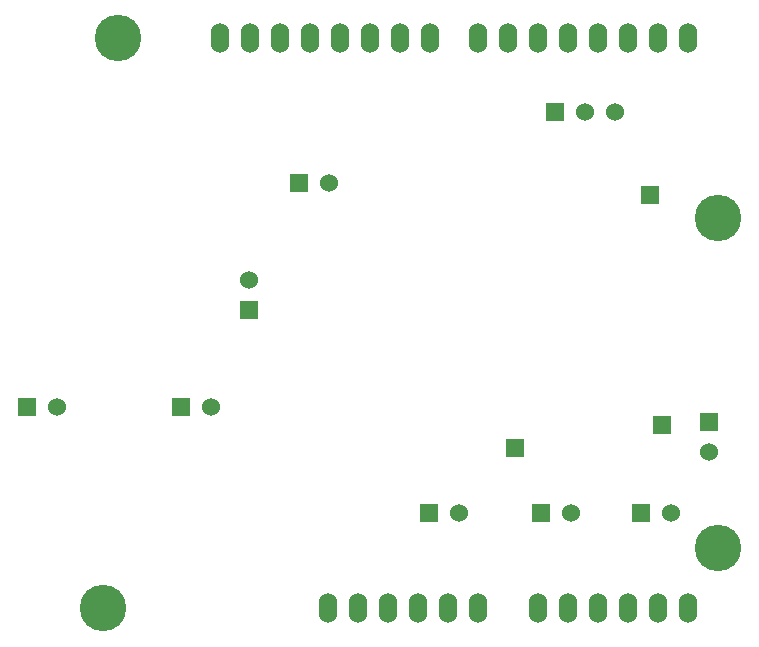
<source format=gbs>
%FSLAX34Y34*%
G04 Gerber Fmt 3.4, Leading zero omitted, Abs format*
G04 (created by PCBNEW (2014-02-26 BZR 4721)-product) date Wednesday, 03 June 2015 14:52:33*
%MOIN*%
G01*
G70*
G90*
G04 APERTURE LIST*
%ADD10C,0.005906*%
%ADD11R,0.060000X0.060000*%
%ADD12C,0.060000*%
%ADD13O,0.060000X0.100000*%
%ADD14C,0.155000*%
G04 APERTURE END LIST*
G54D10*
G54D11*
X51559Y-32283D03*
G54D12*
X52559Y-32283D03*
X53559Y-32283D03*
G54D11*
X51074Y-45669D03*
G54D12*
X52074Y-45669D03*
G54D11*
X43003Y-34645D03*
G54D12*
X44003Y-34645D03*
G54D11*
X39066Y-42125D03*
G54D12*
X40066Y-42125D03*
G54D11*
X54421Y-45669D03*
G54D12*
X55421Y-45669D03*
G54D11*
X47334Y-45669D03*
G54D12*
X48334Y-45669D03*
G54D11*
X33948Y-42125D03*
G54D12*
X34948Y-42125D03*
G54D11*
X56692Y-42610D03*
G54D12*
X56692Y-43610D03*
G54D11*
X41338Y-38885D03*
G54D12*
X41338Y-37885D03*
G54D11*
X50196Y-43503D03*
X55118Y-42716D03*
X54724Y-35039D03*
G54D13*
X55964Y-48832D03*
X54964Y-48832D03*
X53964Y-48832D03*
X50964Y-48832D03*
X51964Y-48832D03*
X52964Y-48832D03*
X48964Y-48832D03*
X47964Y-48832D03*
X46964Y-48832D03*
X44964Y-48832D03*
X43964Y-48832D03*
X55964Y-29832D03*
X54964Y-29832D03*
X53964Y-29832D03*
X52964Y-29832D03*
X51964Y-29832D03*
X50964Y-29832D03*
X49964Y-29832D03*
X48964Y-29832D03*
X47364Y-29832D03*
X46364Y-29832D03*
X45364Y-29832D03*
X44364Y-29832D03*
X43364Y-29832D03*
X42364Y-29832D03*
X41364Y-29832D03*
X40364Y-29832D03*
X45964Y-48832D03*
G54D14*
X56964Y-46832D03*
X56964Y-35832D03*
X36964Y-29832D03*
X36464Y-48832D03*
M02*

</source>
